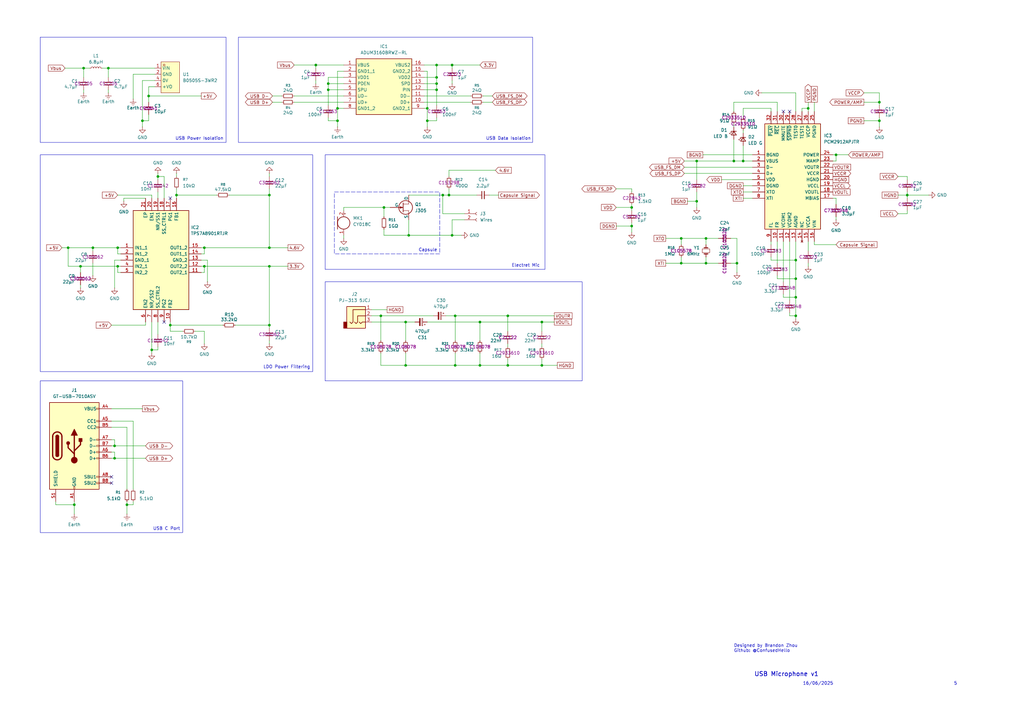
<source format=kicad_sch>
(kicad_sch (version 20250114) (generator "eeschema") (generator_version "9.0")
  (paper "A3")
  (rectangle (start 133.35 63.5) (end 223.52 110.49))
  (rectangle (start 16.51 63.5) (end 128.27 152.4))
  (rectangle (start 16.51 15.24) (end 92.71 58.42))
  (rectangle (start 133.35 115.57) (end 238.76 156.21))
  (rectangle (start 97.79 15.24) (end 218.44 58.42))
  (rectangle (start 137.16 78.74) (end 180.34 104.14) (stroke (width 0) (type dash)))
  (rectangle (start 16.51 156.21) (end 74.93 218.44))
  (text "Electret Mic" (at 215.646 108.966 0) (effects (font (size 1.27 1.27))))
  (text "Designed by Brandon Zhou\nGithub: @ConfusedHello" (at 300.99 265.938 0) (effects (font (size 1.27 1.27)) (justify left)))
  (text "USB C Port" (at 68.326 216.916 0) (effects (font (size 1.27 1.27))))
  (text "USB Microphone v1" (at 322.58 276.606 0) (effects (font (size 1.778 1.778) (thickness 0.254) (bold yes))))
  (text "USB Power Isolation" (at 81.788 56.896 0) (effects (font (size 1.27 1.27))))
  (text "16/06/2025" (at 335.534 280.416 0) (effects (font (size 1.27 1.27))))
  (text "5" (at 391.922 280.416 0) (effects (font (size 1.27 1.27))))
  (text "LDO Power Filtering" (at 117.602 150.622 0) (effects (font (size 1.27 1.27))))
  (text "USB Data Isolation" (at 208.534 56.896 0) (effects (font (size 1.27 1.27))))
  (text "Capsule" (at 175.514 102.616 0) (effects (font (size 1.27 1.27))))
  (junction (at 285.75 66.04))
  (junction (at 138.43 49.53))
  (junction (at 33.02 109.22))
  (junction (at 259.08 92.71))
  (junction (at 179.07 34.29))
  (junction (at 46.99 182.88))
  (junction (at 196.85 149.86))
  (junction (at 179.07 31.75))
  (junction (at 52.07 207.01))
  (junction (at 331.47 44.45))
  (junction (at 175.26 44.45))
  (junction (at 44.45 27.94))
  (junction (at 360.68 41.91))
  (junction (at 186.69 129.54))
  (junction (at 110.49 133.35))
  (junction (at 279.4 107.95))
  (junction (at 304.8 66.04))
  (junction (at 179.07 26.67))
  (junction (at 300.99 66.04))
  (junction (at 181.61 80.01))
  (junction (at 64.77 72.39))
  (junction (at 34.29 27.94))
  (junction (at 279.4 97.79))
  (junction (at 167.64 96.52))
  (junction (at 134.62 36.83))
  (junction (at 156.21 129.54))
  (junction (at 110.49 109.22))
  (junction (at 326.39 121.92))
  (junction (at 110.49 101.6))
  (junction (at 62.23 143.51))
  (junction (at 259.08 85.09))
  (junction (at 157.48 85.09))
  (junction (at 186.69 149.86))
  (junction (at 30.48 207.01))
  (junction (at 326.39 114.3))
  (junction (at 185.42 96.52))
  (junction (at 372.11 80.01))
  (junction (at 208.28 129.54))
  (junction (at 166.37 149.86))
  (junction (at 83.82 101.6))
  (junction (at 48.26 101.6))
  (junction (at 72.39 80.01))
  (junction (at 222.25 132.08))
  (junction (at 302.26 107.95))
  (junction (at 208.28 149.86))
  (junction (at 83.82 109.22))
  (junction (at 129.54 26.67))
  (junction (at 179.07 36.83))
  (junction (at 110.49 80.01))
  (junction (at 285.75 82.55))
  (junction (at 185.42 26.67))
  (junction (at 166.37 132.08))
  (junction (at 326.39 106.68))
  (junction (at 134.62 34.29))
  (junction (at 138.43 44.45))
  (junction (at 69.85 133.35))
  (junction (at 175.26 49.53))
  (junction (at 184.15 80.01))
  (junction (at 60.96 39.37))
  (junction (at 58.42 49.53))
  (junction (at 289.56 97.79))
  (junction (at 289.56 107.95))
  (junction (at 326.39 129.54))
  (junction (at 222.25 149.86))
  (junction (at 360.68 49.53))
  (junction (at 27.94 101.6))
  (junction (at 196.85 132.08))
  (junction (at 48.26 109.22))
  (junction (at 342.9 63.5))
  (junction (at 38.1 101.6))
  (junction (at 46.99 187.96))
  (no_connect (at 67.31 132.08))
  (no_connect (at 323.85 45.72))
  (no_connect (at 321.31 45.72))
  (no_connect (at 69.85 81.28))
  (no_connect (at 45.72 195.58))
  (no_connect (at 45.72 198.12))
  (wire (pts (xy 372.11 78.74) (xy 372.11 80.01)))
  (wire (pts (xy 186.69 144.78) (xy 186.69 149.86)))
  (wire (pts (xy 259.08 92.71) (xy 259.08 95.25)))
  (wire (pts (xy 22.86 207.01) (xy 30.48 207.01)))
  (wire (pts (xy 300.99 52.07) (xy 300.99 50.8)))
  (wire (pts (xy 173.99 26.67) (xy 179.07 26.67)))
  (wire (pts (xy 304.8 59.69) (xy 304.8 66.04)))
  (wire (pts (xy 34.29 31.75) (xy 34.29 27.94)))
  (wire (pts (xy 331.47 99.06) (xy 331.47 102.87)))
  (wire (pts (xy 83.82 135.89) (xy 83.82 140.97)))
  (wire (pts (xy 44.45 36.83) (xy 44.45 38.1)))
  (wire (pts (xy 259.08 83.82) (xy 259.08 85.09)))
  (wire (pts (xy 304.8 76.2) (xy 308.61 76.2)))
  (wire (pts (xy 179.07 36.83) (xy 179.07 43.18)))
  (wire (pts (xy 152.4 132.08) (xy 166.37 132.08)))
  (wire (pts (xy 321.31 121.92) (xy 326.39 121.92)))
  (wire (pts (xy 25.4 101.6) (xy 27.94 101.6)))
  (wire (pts (xy 26.67 27.94) (xy 34.29 27.94)))
  (wire (pts (xy 64.77 71.12) (xy 64.77 72.39)))
  (wire (pts (xy 200.66 80.01) (xy 204.47 80.01)))
  (wire (pts (xy 184.15 69.85) (xy 184.15 72.39)))
  (wire (pts (xy 360.68 49.53) (xy 360.68 52.07)))
  (wire (pts (xy 208.28 149.86) (xy 222.25 149.86)))
  (wire (pts (xy 67.31 72.39) (xy 67.31 81.28)))
  (wire (pts (xy 175.26 44.45) (xy 175.26 49.53)))
  (wire (pts (xy 252.73 85.09) (xy 259.08 85.09)))
  (wire (pts (xy 41.91 27.94) (xy 44.45 27.94)))
  (wire (pts (xy 186.69 149.86) (xy 196.85 149.86)))
  (wire (pts (xy 222.25 132.08) (xy 227.33 132.08)))
  (wire (pts (xy 45.72 133.35) (xy 59.69 133.35)))
  (wire (pts (xy 54.61 205.74) (xy 54.61 207.01)))
  (wire (pts (xy 328.93 44.45) (xy 331.47 44.45)))
  (wire (pts (xy 179.07 31.75) (xy 179.07 34.29)))
  (wire (pts (xy 304.8 66.04) (xy 308.61 66.04)))
  (wire (pts (xy 156.21 149.86) (xy 166.37 149.86)))
  (wire (pts (xy 281.94 82.55) (xy 285.75 82.55)))
  (wire (pts (xy 185.42 96.52) (xy 189.23 96.52)))
  (wire (pts (xy 83.82 109.22) (xy 83.82 111.76)))
  (wire (pts (xy 341.63 66.04) (xy 342.9 66.04)))
  (wire (pts (xy 48.26 109.22) (xy 49.53 109.22)))
  (wire (pts (xy 34.29 27.94) (xy 36.83 27.94)))
  (wire (pts (xy 54.61 30.48) (xy 63.5 30.48)))
  (wire (pts (xy 48.26 109.22) (xy 48.26 111.76)))
  (wire (pts (xy 198.12 39.37) (xy 201.93 39.37)))
  (wire (pts (xy 134.62 34.29) (xy 140.97 34.29)))
  (wire (pts (xy 111.76 39.37) (xy 115.57 39.37)))
  (wire (pts (xy 52.07 205.74) (xy 52.07 207.01)))
  (wire (pts (xy 175.26 49.53) (xy 179.07 49.53)))
  (wire (pts (xy 285.75 78.74) (xy 285.75 82.55)))
  (wire (pts (xy 342.9 81.28) (xy 342.9 83.82)))
  (wire (pts (xy 60.96 35.56) (xy 63.5 35.56)))
  (wire (pts (xy 300.99 57.15) (xy 300.99 66.04)))
  (wire (pts (xy 134.62 34.29) (xy 134.62 36.83)))
  (wire (pts (xy 72.39 80.01) (xy 88.9 80.01)))
  (wire (pts (xy 50.8 81.28) (xy 50.8 82.55)))
  (wire (pts (xy 64.77 72.39) (xy 67.31 72.39)))
  (wire (pts (xy 323.85 128.27) (xy 323.85 129.54)))
  (wire (pts (xy 58.42 49.53) (xy 58.42 52.07)))
  (wire (pts (xy 152.4 127) (xy 158.75 127)))
  (wire (pts (xy 196.85 132.08) (xy 222.25 132.08)))
  (wire (pts (xy 27.94 101.6) (xy 27.94 109.22)))
  (wire (pts (xy 48.26 111.76) (xy 49.53 111.76)))
  (wire (pts (xy 173.99 41.91) (xy 193.04 41.91)))
  (wire (pts (xy 328.93 44.45) (xy 328.93 45.72)))
  (wire (pts (xy 166.37 149.86) (xy 186.69 149.86)))
  (wire (pts (xy 368.3 72.39) (xy 372.11 72.39)))
  (wire (pts (xy 175.26 132.08) (xy 196.85 132.08)))
  (wire (pts (xy 198.12 41.91) (xy 201.93 41.91)))
  (wire (pts (xy 82.55 106.68) (xy 85.09 106.68)))
  (wire (pts (xy 222.25 132.08) (xy 222.25 135.89)))
  (wire (pts (xy 69.85 133.35) (xy 91.44 133.35)))
  (wire (pts (xy 280.67 68.58) (xy 308.61 68.58)))
  (wire (pts (xy 52.07 207.01) (xy 52.07 210.82)))
  (wire (pts (xy 45.72 167.64) (xy 58.42 167.64)))
  (wire (pts (xy 222.25 149.86) (xy 228.6 149.86)))
  (wire (pts (xy 48.26 104.14) (xy 49.53 104.14)))
  (wire (pts (xy 134.62 31.75) (xy 140.97 31.75)))
  (wire (pts (xy 30.48 205.74) (xy 30.48 207.01)))
  (wire (pts (xy 167.64 96.52) (xy 157.48 96.52)))
  (wire (pts (xy 326.39 38.1) (xy 326.39 45.72)))
  (wire (pts (xy 58.42 33.02) (xy 58.42 49.53)))
  (wire (pts (xy 372.11 80.01) (xy 381 80.01)))
  (wire (pts (xy 30.48 207.01) (xy 30.48 210.82)))
  (wire (pts (xy 110.49 109.22) (xy 110.49 133.35)))
  (wire (pts (xy 69.85 133.35) (xy 69.85 135.89)))
  (wire (pts (xy 185.42 26.67) (xy 185.42 27.94)))
  (wire (pts (xy 69.85 135.89) (xy 74.93 135.89)))
  (wire (pts (xy 64.77 78.74) (xy 64.77 81.28)))
  (wire (pts (xy 285.75 66.04) (xy 300.99 66.04)))
  (wire (pts (xy 134.62 49.53) (xy 134.62 48.26)))
  (wire (pts (xy 289.56 107.95) (xy 294.64 107.95)))
  (wire (pts (xy 196.85 149.86) (xy 208.28 149.86)))
  (wire (pts (xy 295.91 73.66) (xy 308.61 73.66)))
  (wire (pts (xy 60.96 39.37) (xy 60.96 41.91)))
  (wire (pts (xy 52.07 175.26) (xy 52.07 200.66)))
  (wire (pts (xy 331.47 107.95) (xy 331.47 109.22)))
  (wire (pts (xy 52.07 207.01) (xy 54.61 207.01)))
  (wire (pts (xy 186.69 129.54) (xy 186.69 139.7)))
  (wire (pts (xy 138.43 44.45) (xy 138.43 49.53)))
  (wire (pts (xy 318.77 99.06) (xy 318.77 107.95)))
  (wire (pts (xy 179.07 34.29) (xy 179.07 36.83)))
  (wire (pts (xy 134.62 36.83) (xy 134.62 43.18)))
  (wire (pts (xy 181.61 87.63) (xy 190.5 87.63)))
  (wire (pts (xy 289.56 97.79) (xy 289.56 100.33)))
  (wire (pts (xy 110.49 139.7) (xy 110.49 140.97)))
  (wire (pts (xy 326.39 99.06) (xy 326.39 106.68)))
  (wire (pts (xy 93.98 80.01) (xy 110.49 80.01)))
  (wire (pts (xy 69.85 132.08) (xy 69.85 133.35)))
  (wire (pts (xy 166.37 132.08) (xy 166.37 139.7)))
  (wire (pts (xy 38.1 101.6) (xy 48.26 101.6)))
  (wire (pts (xy 72.39 71.12) (xy 72.39 72.39)))
  (wire (pts (xy 175.26 52.07) (xy 175.26 49.53)))
  (wire (pts (xy 184.15 80.01) (xy 195.58 80.01)))
  (wire (pts (xy 289.56 105.41) (xy 289.56 107.95)))
  (wire (pts (xy 342.9 100.33) (xy 334.01 100.33)))
  (wire (pts (xy 331.47 44.45) (xy 331.47 45.72)))
  (wire (pts (xy 82.55 111.76) (xy 83.82 111.76)))
  (wire (pts (xy 96.52 133.35) (xy 110.49 133.35)))
  (wire (pts (xy 82.55 109.22) (xy 83.82 109.22)))
  (wire (pts (xy 45.72 185.42) (xy 46.99 185.42)))
  (wire (pts (xy 304.8 53.34) (xy 304.8 54.61)))
  (wire (pts (xy 208.28 129.54) (xy 227.33 129.54)))
  (wire (pts (xy 342.9 63.5) (xy 347.98 63.5)))
  (wire (pts (xy 334.01 41.91) (xy 334.01 45.72)))
  (wire (pts (xy 173.99 44.45) (xy 175.26 44.45)))
  (wire (pts (xy 46.99 180.34) (xy 46.99 182.88)))
  (wire (pts (xy 184.15 69.85) (xy 203.2 69.85)))
  (wire (pts (xy 182.88 129.54) (xy 186.69 129.54)))
  (wire (pts (xy 208.28 140.97) (xy 208.28 142.24)))
  (wire (pts (xy 252.73 92.71) (xy 259.08 92.71)))
  (wire (pts (xy 140.97 96.52) (xy 140.97 97.79)))
  (wire (pts (xy 372.11 86.36) (xy 372.11 87.63)))
  (wire (pts (xy 157.48 85.09) (xy 160.02 85.09)))
  (wire (pts (xy 167.64 90.17) (xy 167.64 96.52)))
  (wire (pts (xy 22.86 205.74) (xy 22.86 207.01)))
  (wire (pts (xy 45.72 187.96) (xy 46.99 187.96)))
  (wire (pts (xy 62.23 132.08) (xy 62.23 143.51)))
  (wire (pts (xy 110.49 80.01) (xy 110.49 101.6)))
  (wire (pts (xy 83.82 101.6) (xy 83.82 104.14)))
  (wire (pts (xy 72.39 80.01) (xy 72.39 81.28)))
  (wire (pts (xy 273.05 97.79) (xy 279.4 97.79)))
  (wire (pts (xy 304.8 81.28) (xy 308.61 81.28)))
  (wire (pts (xy 184.15 77.47) (xy 184.15 80.01)))
  (wire (pts (xy 60.96 39.37) (xy 82.55 39.37)))
  (wire (pts (xy 318.77 114.3) (xy 326.39 114.3)))
  (wire (pts (xy 185.42 90.17) (xy 190.5 90.17)))
  (wire (pts (xy 326.39 129.54) (xy 326.39 130.81)))
  (wire (pts (xy 110.49 133.35) (xy 110.49 134.62)))
  (wire (pts (xy 156.21 129.54) (xy 156.21 139.7)))
  (wire (pts (xy 45.72 172.72) (xy 54.61 172.72)))
  (wire (pts (xy 285.75 82.55) (xy 285.75 85.09)))
  (wire (pts (xy 156.21 129.54) (xy 177.8 129.54)))
  (wire (pts (xy 59.69 132.08) (xy 59.69 133.35)))
  (wire (pts (xy 323.85 129.54) (xy 326.39 129.54)))
  (wire (pts (xy 341.63 63.5) (xy 342.9 63.5)))
  (wire (pts (xy 166.37 132.08) (xy 170.18 132.08)))
  (wire (pts (xy 138.43 49.53) (xy 138.43 52.07)))
  (wire (pts (xy 83.82 109.22) (xy 110.49 109.22)))
  (wire (pts (xy 354.33 41.91) (xy 360.68 41.91)))
  (wire (pts (xy 279.4 97.79) (xy 289.56 97.79)))
  (wire (pts (xy 27.94 101.6) (xy 38.1 101.6)))
  (wire (pts (xy 372.11 72.39) (xy 372.11 73.66)))
  (wire (pts (xy 300.99 41.91) (xy 318.77 41.91)))
  (wire (pts (xy 138.43 44.45) (xy 140.97 44.45)))
  (wire (pts (xy 342.9 63.5) (xy 342.9 66.04)))
  (wire (pts (xy 157.48 85.09) (xy 157.48 88.9)))
  (wire (pts (xy 302.26 97.79) (xy 302.26 107.95)))
  (wire (pts (xy 33.02 109.22) (xy 33.02 111.76)))
  (wire (pts (xy 304.8 44.45) (xy 304.8 48.26)))
  (wire (pts (xy 259.08 91.44) (xy 259.08 92.71)))
  (wire (pts (xy 368.3 87.63) (xy 372.11 87.63)))
  (wire (pts (xy 33.02 109.22) (xy 48.26 109.22)))
  (wire (pts (xy 82.55 104.14) (xy 83.82 104.14)))
  (wire (pts (xy 120.65 26.67) (xy 129.54 26.67)))
  (wire (pts (xy 50.8 81.28) (xy 59.69 81.28)))
  (wire (pts (xy 181.61 80.01) (xy 167.64 80.01)))
  (wire (pts (xy 196.85 144.78) (xy 196.85 149.86)))
  (wire (pts (xy 208.28 129.54) (xy 208.28 135.89)))
  (wire (pts (xy 34.29 36.83) (xy 34.29 38.1)))
  (wire (pts (xy 318.77 113.03) (xy 318.77 114.3)))
  (wire (pts (xy 110.49 77.47) (xy 110.49 80.01)))
  (wire (pts (xy 46.99 182.88) (xy 59.69 182.88)))
  (wire (pts (xy 134.62 49.53) (xy 138.43 49.53)))
  (wire (pts (xy 64.77 132.08) (xy 64.77 137.16)))
  (wire (pts (xy 368.3 80.01) (xy 372.11 80.01)))
  (wire (pts (xy 321.31 99.06) (xy 321.31 115.57)))
  (wire (pts (xy 72.39 77.47) (xy 72.39 80.01)))
  (wire (pts (xy 342.9 81.28) (xy 341.63 81.28)))
  (wire (pts (xy 48.26 80.01) (xy 62.23 80.01)))
  (wire (pts (xy 185.42 90.17) (xy 185.42 96.52)))
  (wire (pts (xy 173.99 36.83) (xy 179.07 36.83)))
  (wire (pts (xy 62.23 143.51) (xy 64.77 143.51)))
  (wire (pts (xy 312.42 38.1) (xy 326.39 38.1)))
  (wire (pts (xy 280.67 66.04) (xy 285.75 66.04)))
  (wire (pts (xy 181.61 80.01) (xy 181.61 87.63)))
  (wire (pts (xy 83.82 101.6) (xy 110.49 101.6)))
  (wire (pts (xy 110.49 109.22) (xy 118.11 109.22)))
  (wire (pts (xy 38.1 102.87) (xy 38.1 101.6)))
  (wire (pts (xy 331.47 41.91) (xy 331.47 44.45)))
  (wire (pts (xy 173.99 34.29) (xy 179.07 34.29)))
  (wire (pts (xy 323.85 99.06) (xy 323.85 123.19)))
  (wire (pts (xy 27.94 109.22) (xy 33.02 109.22)))
  (wire (pts (xy 138.43 29.21) (xy 138.43 44.45)))
  (wire (pts (xy 33.02 118.11) (xy 33.02 116.84)))
  (wire (pts (xy 289.56 97.79) (xy 294.64 97.79)))
  (wire (pts (xy 64.77 72.39) (xy 64.77 73.66)))
  (wire (pts (xy 54.61 172.72) (xy 54.61 200.66)))
  (wire (pts (xy 316.23 105.41) (xy 316.23 106.68)))
  (wire (pts (xy 316.23 44.45) (xy 316.23 45.72)))
  (wire (pts (xy 173.99 29.21) (xy 175.26 29.21)))
  (wire (pts (xy 279.4 105.41) (xy 279.4 107.95)))
  (wire (pts (xy 48.26 101.6) (xy 49.53 101.6)))
  (wire (pts (xy 46.99 106.68) (xy 49.53 106.68)))
  (wire (pts (xy 326.39 121.92) (xy 326.39 129.54)))
  (wire (pts (xy 326.39 114.3) (xy 326.39 121.92)))
  (wire (pts (xy 342.9 88.9) (xy 342.9 90.17)))
  (wire (pts (xy 110.49 101.6) (xy 118.11 101.6)))
  (wire (pts (xy 321.31 120.65) (xy 321.31 121.92)))
  (wire (pts (xy 138.43 29.21) (xy 140.97 29.21)))
  (wire (pts (xy 44.45 27.94) (xy 44.45 31.75)))
  (wire (pts (xy 45.72 180.34) (xy 46.99 180.34)))
  (wire (pts (xy 208.28 147.32) (xy 208.28 149.86)))
  (wire (pts (xy 304.8 44.45) (xy 316.23 44.45)))
  (wire (pts (xy 185.42 26.67) (xy 196.85 26.67)))
  (wire (pts (xy 222.25 147.32) (xy 222.25 149.86)))
  (wire (pts (xy 372.11 80.01) (xy 372.11 81.28)))
  (wire (pts (xy 111.76 41.91) (xy 115.57 41.91)))
  (wire (pts (xy 326.39 106.68) (xy 326.39 114.3)))
  (wire (pts (xy 45.72 175.26) (xy 52.07 175.26)))
  (wire (pts (xy 85.09 106.68) (xy 85.09 115.57)))
  (wire (pts (xy 173.99 39.37) (xy 193.04 39.37)))
  (wire (pts (xy 179.07 26.67) (xy 179.07 31.75)))
  (wire (pts (xy 279.4 107.95) (xy 289.56 107.95)))
  (wire (pts (xy 354.33 38.1) (xy 360.68 38.1)))
  (wire (pts (xy 45.72 182.88) (xy 46.99 182.88)))
  (wire (pts (xy 46.99 106.68) (xy 46.99 118.11)))
  (wire (pts (xy 360.68 41.91) (xy 360.68 38.1)))
  (wire (pts (xy 300.99 41.91) (xy 300.99 45.72)))
  (wire (pts (xy 186.69 129.54) (xy 208.28 129.54)))
  (wire (pts (xy 252.73 77.47) (xy 259.08 77.47)))
  (wire (pts (xy 110.49 71.12) (xy 110.49 72.39)))
  (wire (pts (xy 58.42 49.53) (xy 60.96 49.53)))
  (wire (pts (xy 54.61 30.48) (xy 54.61 40.64)))
  (wire (pts (xy 134.62 31.75) (xy 134.62 34.29)))
  (wire (pts (xy 299.72 107.95) (xy 302.26 107.95)))
  (wire (pts (xy 175.26 29.21) (xy 175.26 44.45)))
  (wire (pts (xy 64.77 143.51) (xy 64.77 142.24)))
  (wire (pts (xy 299.72 97.79) (xy 302.26 97.79)))
  (wire (pts (xy 304.8 78.74) (xy 308.61 78.74)))
  (wire (pts (xy 273.05 107.95) (xy 279.4 107.95)))
  (wire (pts (xy 46.99 187.96) (xy 59.69 187.96)))
  (wire (pts (xy 179.07 48.26) (xy 179.07 49.53)))
  (wire (pts (xy 120.65 41.91) (xy 140.97 41.91)))
  (wire (pts (xy 38.1 107.95) (xy 38.1 113.03)))
  (wire (pts (xy 300.99 66.04) (xy 304.8 66.04)))
  (wire (pts (xy 140.97 85.09) (xy 157.48 85.09)))
  (wire (pts (xy 82.55 101.6) (xy 83.82 101.6)))
  (wire (pts (xy 44.45 27.94) (xy 63.5 27.94)))
  (wire (pts (xy 157.48 93.98) (xy 157.48 96.52)))
  (wire (pts (xy 62.23 80.01) (xy 62.23 81.28)))
  (wire (pts (xy 48.26 101.6) (xy 48.26 104.14)))
  (wire (pts (xy 46.99 185.42) (xy 46.99 187.96)))
  (wire (pts (xy 140.97 85.09) (xy 140.97 86.36)))
  (wire (pts (xy 185.42 33.02) (xy 185.42 34.29)))
  (wire (pts (xy 156.21 144.78) (xy 156.21 149.86)))
  (wire (pts (xy 83.82 135.89) (xy 80.01 135.89)))
  (wire (pts (xy 354.33 49.53) (xy 360.68 49.53)))
  (wire (pts (xy 360.68 43.18) (xy 360.68 41.91)))
  (wire (pts (xy 316.23 99.06) (xy 316.23 100.33)))
  (wire (pts (xy 60.96 46.99) (xy 60.96 49.53)))
  (wire (pts (xy 285.75 66.04) (xy 285.75 73.66)))
  (wire (pts (xy 173.99 31.75) (xy 179.07 31.75)))
  (wire (pts (xy 334.01 100.33) (xy 334.01 99.06)))
  (wire (pts (xy 129.54 26.67) (xy 129.54 27.94)))
  (wire (pts (xy 302.26 107.95) (xy 302.26 111.76)))
  (wire (pts (xy 129.54 26.67) (xy 140.97 26.67)))
  (wire (pts (xy 152.4 129.54) (xy 156.21 129.54)))
  (wire (pts (xy 179.07 26.67) (xy 185.42 26.67)))
  (wire (pts (xy 318.77 41.91) (xy 318.77 45.72)))
  (wire (pts (xy 167.64 96.52) (xy 185.42 96.52)))
  (wire (pts (xy 181.61 80.01) (xy 184.15 80.01)))
  (wire (pts (xy 316.23 106.68) (xy 326.39 106.68)))
  (wire (pts (xy 259.08 77.47) (xy 259.08 78.74)))
  (wire (pts (xy 222.25 140.97) (xy 222.25 142.24)))
  (wire (pts (xy 134.62 36.83) (xy 140.97 36.83)))
  (wire (pts (xy 280.67 71.12) (xy 308.61 71.12)))
  (wire (pts (xy 120.65 39.37) (xy 140.97 39.37)))
  (wire (pts (xy 279.4 97.79) (xy 279.4 100.33)))
  (wire (pts (xy 288.29 63.5) (xy 308.61 63.5)))
  (wire (pts (xy 259.08 85.09) (xy 259.08 86.36)))
  (wire (pts (xy 166.37 144.78) (xy 166.37 149.86)))
  (wire (pts (xy 360.68 48.26) (xy 360.68 49.53)))
  (wire (pts (xy 196.85 132.08) (xy 196.85 139.7)))
  (wire (pts (xy 62.23 144.78) (xy 62.23 143.51)))
  (wire (pts (xy 60.96 35.56) (xy 60.96 39.37)))
  (wire (pts (xy 129.54 34.29) (xy 129.54 33.02)))
  (wire (pts (xy 58.42 33.02) (xy 63.5 33.02)))
  (global_label "USB D-" (shape bidirectional) (at 111.76 39.37 180) (property "Intersheetrefs" "${INTERSHEET_REFS}" (effects (hide yes))))
  (global_label "+5V" (shape input) (at 280.67 66.04 180) (property "Intersheetrefs" "${INTERSHEET_REFS}" (effects (hide yes))))
  (global_label "Capsule Signal" (shape input) (at 342.9 100.33 0) (property "Intersheetrefs" "${INTERSHEET_REFS}" (effects (hide yes))))
  (global_label "BGND" (shape passive) (at 288.29 63.5 180) (property "Intersheetrefs" "${INTERSHEET_REFS}" (effects (hide yes))))
  (global_label "POWER{slash}AMP" (shape input) (at 347.98 63.5 0) (property "Intersheetrefs" "${INTERSHEET_REFS}" (effects (hide yes))))
  (global_label "VCCP" (shape output) (at 331.47 41.91 90) (property "Intersheetrefs" "${INTERSHEET_REFS}" (effects (hide yes))))
  (global_label "Vbus" (shape input) (at 26.67 27.94 180) (property "Intersheetrefs" "${INTERSHEET_REFS}" (effects (hide yes))))
  (global_label "VOUTR" (shape passive) (at 227.33 129.54 0) (property "Intersheetrefs" "${INTERSHEET_REFS}" (effects (hide yes))))
  (global_label "USB_FS_DP" (shape bidirectional) (at 280.67 71.12 180) (property "Intersheetrefs" "${INTERSHEET_REFS}" (effects (hide yes))))
  (global_label "HGND" (shape passive) (at 158.75 127 0) (property "Intersheetrefs" "${INTERSHEET_REFS}" (effects (hide yes))))
  (global_label "HGND" (shape passive) (at 228.6 149.86 0) (property "Intersheetrefs" "${INTERSHEET_REFS}" (effects (hide yes))))
  (global_label "XTO" (shape passive) (at 273.05 97.79 180) (property "Intersheetrefs" "${INTERSHEET_REFS}" (effects (hide yes))))
  (global_label "VOUTL" (shape passive) (at 227.33 132.08 0) (property "Intersheetrefs" "${INTERSHEET_REFS}" (effects (hide yes))))
  (global_label "USB_FS_DP" (shape bidirectional) (at 252.73 77.47 180) (property "Intersheetrefs" "${INTERSHEET_REFS}" (effects (hide yes))))
  (global_label "DGND" (shape passive) (at 304.8 76.2 180) (property "Intersheetrefs" "${INTERSHEET_REFS}" (effects (hide yes))))
  (global_label "DGND" (shape passive) (at 252.73 92.71 180) (property "Intersheetrefs" "${INTERSHEET_REFS}" (effects (hide yes))))
  (global_label "VOUTL" (shape passive) (at 341.63 78.74 0) (property "Intersheetrefs" "${INTERSHEET_REFS}" (effects (hide yes))))
  (global_label "+5V" (shape input) (at 25.4 101.6 180) (property "Intersheetrefs" "${INTERSHEET_REFS}" (effects (hide yes))))
  (global_label "PGND" (shape passive) (at 354.33 49.53 180) (property "Intersheetrefs" "${INTERSHEET_REFS}" (effects (hide yes))))
  (global_label "VDD" (shape output) (at 295.91 73.66 180) (property "Intersheetrefs" "${INTERSHEET_REFS}" (effects (hide yes))))
  (global_label "4.6V" (shape input) (at 203.2 69.85 0) (property "Intersheetrefs" "${INTERSHEET_REFS}" (effects (hide yes))))
  (global_label "XTI" (shape passive) (at 273.05 107.95 180) (property "Intersheetrefs" "${INTERSHEET_REFS}" (effects (hide yes))))
  (global_label "+5V" (shape input) (at 48.26 80.01 180) (property "Intersheetrefs" "${INTERSHEET_REFS}" (effects (hide yes))))
  (global_label "USB_FS_DM" (shape bidirectional) (at 280.67 68.58 180) (property "Intersheetrefs" "${INTERSHEET_REFS}" (effects (hide yes))))
  (global_label "Capsule Signal" (shape output) (at 204.47 80.01 0) (property "Intersheetrefs" "${INTERSHEET_REFS}" (effects (hide yes))))
  (global_label "USB_FS_DM" (shape bidirectional) (at 201.93 39.37 0) (property "Intersheetrefs" "${INTERSHEET_REFS}" (effects (hide yes))))
  (global_label "USB D+" (shape bidirectional) (at 59.69 187.96 0) (property "Intersheetrefs" "${INTERSHEET_REFS}" (effects (hide yes))))
  (global_label "VCCL" (shape input) (at 368.3 87.63 180) (property "Intersheetrefs" "${INTERSHEET_REFS}" (effects (hide yes))))
  (global_label "3.3V" (shape input) (at 196.85 26.67 0) (property "Intersheetrefs" "${INTERSHEET_REFS}" (effects (hide yes))))
  (global_label "XTO" (shape passive) (at 304.8 78.74 180) (property "Intersheetrefs" "${INTERSHEET_REFS}" (effects (hide yes))))
  (global_label "BGND" (shape passive) (at 281.94 82.55 180) (property "Intersheetrefs" "${INTERSHEET_REFS}" (effects (hide yes))))
  (global_label "PGND" (shape passive) (at 334.01 41.91 90) (property "Intersheetrefs" "${INTERSHEET_REFS}" (effects (hide yes))))
  (global_label "XTI" (shape passive) (at 304.8 81.28 180) (property "Intersheetrefs" "${INTERSHEET_REFS}" (effects (hide yes))))
  (global_label "Vbus" (shape input) (at 120.65 26.67 180) (property "Intersheetrefs" "${INTERSHEET_REFS}" (effects (hide yes))))
  (global_label "3.3V" (shape output) (at 118.11 109.22 0) (property "Intersheetrefs" "${INTERSHEET_REFS}" (effects (hide yes))))
  (global_label "+5V" (shape output) (at 82.55 39.37 0) (property "Intersheetrefs" "${INTERSHEET_REFS}" (effects (hide yes))))
  (global_label "POWER{slash}AMP" (shape output) (at 354.33 41.91 180) (property "Intersheetrefs" "${INTERSHEET_REFS}" (effects (hide yes))))
  (global_label "4.6V" (shape output) (at 118.11 101.6 0) (property "Intersheetrefs" "${INTERSHEET_REFS}" (effects (hide yes))))
  (global_label "HGND" (shape passive) (at 341.63 73.66 0) (property "Intersheetrefs" "${INTERSHEET_REFS}" (effects (hide yes))))
  (global_label "USB D+" (shape bidirectional) (at 111.76 41.91 180) (property "Intersheetrefs" "${INTERSHEET_REFS}" (effects (hide yes))))
  (global_label "+5V" (shape input) (at 45.72 133.35 180) (property "Intersheetrefs" "${INTERSHEET_REFS}" (effects (hide yes))))
  (global_label "USB D-" (shape bidirectional) (at 59.69 182.88 0) (property "Intersheetrefs" "${INTERSHEET_REFS}" (effects (hide yes))))
  (global_label "USB_FS_DP" (shape bidirectional) (at 201.93 41.91 0) (property "Intersheetrefs" "${INTERSHEET_REFS}" (effects (hide yes))))
  (global_label "VCCR" (shape output) (at 341.63 71.12 0) (property "Intersheetrefs" "${INTERSHEET_REFS}" (effects (hide yes))))
  (global_label "HGND" (shape passive) (at 368.3 80.01 180) (property "Intersheetrefs" "${INTERSHEET_REFS}" (effects (hide yes))))
  (global_label "VCCR" (shape input) (at 368.3 72.39 180) (property "Intersheetrefs" "${INTERSHEET_REFS}" (effects (hide yes))))
  (global_label "Vbus" (shape output) (at 58.42 167.64 0) (property "Intersheetrefs" "${INTERSHEET_REFS}" (effects (hide yes))))
  (global_label "VCCL" (shape output) (at 341.63 76.2 0) (property "Intersheetrefs" "${INTERSHEET_REFS}" (effects (hide yes))))
  (global_label "VDD" (shape input) (at 252.73 85.09 180) (property "Intersheetrefs" "${INTERSHEET_REFS}" (effects (hide yes))))
  (global_label "VOUTR" (shape passive) (at 341.63 68.58 0) (property "Intersheetrefs" "${INTERSHEET_REFS}" (effects (hide yes))))
  (global_label "VCCP" (shape input) (at 354.33 38.1 180) (property "Intersheetrefs" "${INTERSHEET_REFS}" (effects (hide yes))))
  (symbol (lib_id "Device:R_Small") (at 186.69 142.24 0) (mirror y) (unit 1)
    (property "Reference" "R21" (at 184.15 140.9699 0) (effects (font (size 1.016 1.016)) (justify left)))
    (property "Value" "3.3kΩ" (at 184.15 143.5099 0) (effects (justify left)))
    (property "Footprint" "Resistor_SMD:R_0603_1608Metric_Pad0.98x0.95mm_HandSolder" (effects (hide yes)))
    (property "Description" "3.3kΩ, 5%, 0.1W, AEC-Q200 Grade 0, 0603" (effects (hide yes)))
    (property "LCSC" "C108078" (at 186.69 142.24 0))
  )
  (symbol (lib_id "power:Earth") (at 138.43 52.07 0) (unit 1)
    (property "Reference" "#PWR03" (effects (hide yes)))
    (property "Value" "Earth" (at 138.43 56.134 0))
    (property "Description" "Power symbol creates a global label with name \"Earth\"" (effects (hide yes)))
  )
  (symbol (lib_id "Device:C_Small") (at 372.11 83.82 0) (unit 1)
    (property "Reference" "C27" (at 374.396 82.804 0) (effects (justify left)))
    (property "Value" "1µF" (at 374.396 85.0962 0) (effects (justify left)))
    (property "Footprint" "Capacitor_SMD:C_0603_1608Metric_Pad1.08x0.95mm_HandSolder" (effects (hide yes)))
    (property "Description" "1µF, 16V, +/- 10%, X7R, 0603" (effects (hide yes)))
    (property "LCSC" "C59782" (at 372.11 83.82 0))
  )
  (symbol (lib_id "Device:C_Small") (at 185.42 30.48 0) (unit 1)
    (property "Reference" "C7" (at 187.706 29.464 0) (effects (justify left)))
    (property "Value" "1µF" (at 187.706 31.7562 0) (effects (justify left)))
    (property "Footprint" "Capacitor_SMD:C_0805_2012Metric_Pad1.18x1.45mm_HandSolder" (effects (hide yes)))
    (property "LCSC" "C28323" (at 185.42 30.48 0))
  )
  (symbol (lib_id "B0505S-3WR2:B0505S-3WR2_C7500927") (at 69.85 31.75 0) (unit 1)
    (property "Reference" "U1" (at 74.93 30.4799 0) (effects (justify left)))
    (property "Value" "B0505S-3WR2" (at 74.93 33.0199 0) (effects (justify left)))
    (property "Footprint" "footprints:B0505S-3WR2" (effects (hide yes)))
    (property "Description" "3W Isolated DC/DC Converter" (effects (hide yes)))
    (property "LCSC" "C7500927" (effects (hide yes)))
  )
  (symbol (lib_id "Device:R_Small") (at 93.98 133.35 90) (unit 1)
    (property "Reference" "R10" (at 93.98 129.032 90))
    (property "Value" "33.2kΩ" (at 93.98 131.064 90))
    (property "Footprint" "Resistor_SMD:R_0603_1608Metric_Pad0.98x0.95mm_HandSolder" (effects (hide yes)))
    (property "Description" "0603" (effects (hide yes)))
    (property "LCSC" "C23003" (effects (hide yes)))
  )
  (symbol (lib_id "power:GND") (at 64.77 71.12 0) (mirror x) (unit 1)
    (property "Reference" "#PWR032" (effects (hide yes)))
    (property "Value" "GND" (at 64.77 66.802 0))
    (property "Description" "Power symbol creates a global label with name \"GND\" , ground" (effects (hide yes)))
  )
  (symbol (lib_id "Connector_Audio:AudioJack3") (at 147.32 129.54 0) (unit 1)
    (property "Reference" "J2" (at 145.415 120.65 0))
    (property "Value" "PJ-313 5JCJ" (at 145.415 123.19 0))
    (property "Footprint" "footprints:AUDIO-TH_PJ-313_5JCJ" (effects (hide yes)))
    (property "Description" "TRS Audio Jack" (effects (hide yes)))
    (property "LCSC" "C668607" (effects (hide yes)))
  )
  (symbol (lib_id "Device:C_Small") (at 321.31 118.11 0) (mirror y) (unit 1)
    (property "Reference" "C21" (at 319.024 117.094 0) (effects (justify left)))
    (property "Value" "3.3µF" (at 319.024 119.3862 0) (effects (justify left)))
    (property "Footprint" "Capacitor_SMD:C_0805_2012Metric_Pad1.18x1.45mm_HandSolder" (effects (hide yes)))
    (property "Description" "0805" (effects (hide yes)))
    (property "LCSC" "C7393948" (at 321.31 118.11 0))
  )
  (symbol (lib_id "Device:C_Small") (at 372.11 76.2 0) (unit 1)
    (property "Reference" "C26" (at 374.396 75.184 0) (effects (justify left)))
    (property "Value" "1µF" (at 374.396 77.4762 0) (effects (justify left)))
    (property "Footprint" "Capacitor_SMD:C_0603_1608Metric_Pad1.08x0.95mm_HandSolder" (effects (hide yes)))
    (property "Description" "1µF, 16V, +/- 10%, X7R, 0603" (effects (hide yes)))
    (property "LCSC" "C59782" (at 372.11 76.2 0))
  )
  (symbol (lib_name "R_Small_1") (lib_id "Device:R_Small") (at 300.99 48.26 0) (unit 1)
    (property "Reference" "R14" (at 299.212 46.99 0) (effects (font (size 1.016 1.016)) (justify right)))
    (property "Value" "91Ω" (at 299.212 49.53 0) (effects (justify right)))
    (property "Footprint" "Resistor_SMD:R_0805_2012Metric_Pad1.20x1.40mm_HandSolder" (effects (hide yes)))
    (property "Description" "0805" (effects (hide yes)))
    (property "LCSC" "C2933510" (at 300.99 48.26 0))
  )
  (symbol (lib_name "R_Small_1") (lib_id "Device:R_Small") (at 157.48 91.44 0) (mirror y) (unit 1) (on_board no)
    (property "Reference" "R11" (at 159.258 90.17 0) (effects (font (size 1.016 1.016)) (justify right)))
    (property "Value" "1GΩ" (at 159.258 92.71 0) (effects (justify right)))
    (property "Description" "Bias Resistor" (effects (hide yes)))
  )
  (symbol (lib_id "power:GND") (at 259.08 95.25 0) (mirror y) (unit 1)
    (property "Reference" "#PWR042" (effects (hide yes)))
    (property "Value" "GND" (at 259.08 99.568 0))
    (property "Description" "Power symbol creates a global label with name \"GND\" , ground" (effects (hide yes)))
  )
  (symbol (lib_id "power:GND") (at 83.82 140.97 0) (unit 1)
    (property "Reference" "#PWR040" (effects (hide yes)))
    (property "Value" "GND" (at 83.82 145.288 0))
    (property "Description" "Power symbol creates a global label with name \"GND\" , ground" (effects (hide yes)))
  )
  (symbol (lib_id "Device:C_Small") (at 110.49 137.16 0) (unit 1)
    (property "Reference" "C13" (at 112.776 136.144 0) (effects (justify left)))
    (property "Value" "22µF" (at 112.776 138.4362 0) (effects (justify left)))
    (property "Footprint" "Capacitor_SMD:C_1210_3225Metric_Pad1.33x2.70mm_HandSolder" (effects (hide yes)))
    (property "LCSC" "C309062" (at 110.49 137.16 0))
  )
  (symbol (lib_id "Device:R_Small") (at 156.21 142.24 0) (mirror y) (unit 1)
    (property "Reference" "R19" (at 153.67 140.9699 0) (effects (font (size 1.016 1.016)) (justify left)))
    (property "Value" "3.3kΩ" (at 153.67 143.5099 0) (effects (justify left)))
    (property "Footprint" "Resistor_SMD:R_0603_1608Metric_Pad0.98x0.95mm_HandSolder" (effects (hide yes)))
    (property "Description" "3.3kΩ, 5%, 0.1W, AEC-Q200 Grade 0, 0603" (effects (hide yes)))
    (property "LCSC" "C108078" (at 156.21 142.24 0))
  )
  (symbol (lib_id "power:GND") (at 381 80.01 90) (mirror x) (unit 1)
    (property "Reference" "#PWR014" (effects (hide yes)))
    (property "Value" "GND" (at 384.302 80.01 90) (effects (justify right)))
    (property "Description" "Power symbol creates a global label with name \"GND\" , ground" (effects (hide yes)))
  )
  (symbol (lib_id "Device:C_Small") (at 60.96 44.45 0) (unit 1)
    (property "Reference" "C3" (at 63.246 43.434 0) (effects (justify left)))
    (property "Value" "10µF" (at 63.246 45.7262 0) (effects (justify left)))
    (property "Footprint" "Capacitor_SMD:C_0805_2012Metric_Pad1.18x1.45mm_HandSolder" (effects (hide yes)))
    (property "Description" "10µF/16V" (effects (hide yes)))
    (property "LCSC" "C95841" (at 60.96 44.45 0))
  )
  (symbol (lib_id "Device:C_Small") (at 64.77 76.2 0) (mirror y) (unit 1)
    (property "Reference" "C10" (at 62.484 75.184 0) (effects (justify left)))
    (property "Value" "10nF" (at 62.484 77.4762 0) (effects (justify left)))
    (property "Footprint" "Capacitor_SMD:C_0603_1608Metric_Pad1.08x0.95mm_HandSolder" (effects (hide yes)))
    (property "LCSC" "C100042" (at 64.77 76.2 0))
  )
  (symbol (lib_id "Device:C_Small") (at 316.23 102.87 0) (mirror y) (unit 1)
    (property "Reference" "C19" (at 313.944 101.854 0) (effects (justify left)))
    (property "Value" "100pF" (at 313.944 104.1462 0) (effects (justify left)))
    (property "Footprint" "Capacitor_SMD:C_0402_1005Metric_Pad0.74x0.62mm_HandSolder" (effects (hide yes)))
    (property "Description" "100pF, 25V, +/- 10%, X7R, 0402" (effects (hide yes)))
    (property "LCSC" "C541383" (at 316.23 102.87 0))
  )
  (symbol (lib_id "Device:R_Small") (at 195.58 41.91 90) (mirror x) (unit 1)
    (property "Reference" "R6" (at 195.58 44.196 90) (effects (font (size 1.016 1.016))))
    (property "Value" "24Ω" (at 195.58 46.228 90))
    (property "Footprint" "Resistor_SMD:R_0603_1608Metric_Pad0.98x0.95mm_HandSolder" (effects (hide yes)))
    (property "Description" "24Ω±1%, 0603" (effects (hide yes)))
    (property "LCSC" "C2907018" (effects (hide yes)))
  )
  (symbol (lib_id "Device:L_Small") (at 39.37 27.94 90) (unit 1)
    (property "Reference" "L1" (at 39.37 22.86 90))
    (property "Value" "6.8µH" (at 39.37 25.4 90))
    (property "Footprint" "footprints:IND-SMD_L4.0-W4.0_YHNR4020" (effects (hide yes)))
    (property "Datasheet" "https://lcsc.com/datasheet/lcsc_datasheet_2410121215_YJYCOIN-YHNR4020-6R8M_C16197249.pdf" (effects (hide yes)))
    (property "Description" "YHNR4020-6R8M Magnetic Shielded Inductor" (effects (hide yes)))
    (property "LCSC" "C16197249" (effects (hide yes)))
  )
  (symbol (lib_id "Device:C_Small") (at 342.9 86.36 0) (unit 1)
    (property "Reference" "C18" (at 345.186 85.344 0) (effects (justify left)))
    (property "Value" "3.3µF" (at 345.186 87.6362 0) (effects (justify left)))
    (property "Footprint" "Capacitor_SMD:C_0805_2012Metric_Pad1.18x1.45mm_HandSolder" (effects (hide yes)))
    (property "Description" "0805" (effects (hide yes)))
    (property "LCSC" "C7393948" (at 342.9 86.36 0))
  )
  (symbol (lib_id "Device:C_Small") (at 318.77 110.49 0) (mirror y) (unit 1)
    (property "Reference" "C20" (at 316.484 109.474 0) (effects (justify left)))
    (property "Value" "100pF" (at 316.484 111.7662 0) (effects (justify left)))
    (property "Footprint" "Capacitor_SMD:C_0402_1005Metric_Pad0.74x0.62mm_HandSolder" (effects (hide yes)))
    (property "Description" "100pF, 25V, +/- 10%, X7R, 0402" (effects (hide yes)))
    (property "LCSC" "C541383" (at 318.77 110.49 0))
  )
  (symbol (lib_id "Device:C_Small") (at 33.02 114.3 0) (mirror y) (unit 1)
    (property "Reference" "C9" (at 30.734 113.284 0) (effects (justify left)))
    (property "Value" "22µF" (at 30.734 115.5762 0) (effects (justify left)))
    (property "Footprint" "Capacitor_SMD:C_1210_3225Metric_Pad1.33x2.70mm_HandSolder" (effects (hide yes)))
    (property "LCSC" "C309062" (at 33.02 114.3 0))
  )
  (symbol (lib_id "power:Earth") (at 34.29 38.1 0) (unit 1)
    (property "Reference" "#PWR06" (effects (hide yes)))
    (property "Value" "Earth" (at 34.29 41.656 0))
    (property "Description" "Power symbol creates a global label with name \"Earth\"" (effects (hide yes)))
  )
  (symbol (lib_id "Device:R_Small") (at 118.11 41.91 90) (mirror x) (unit 1)
    (property "Reference" "R4" (at 118.11 44.196 90) (effects (font (size 1.016 1.016))))
    (property "Value" "24Ω" (at 118.11 46.228 90))
    (property "Footprint" "Resistor_SMD:R_0603_1608Metric_Pad0.98x0.95mm_HandSolder" (effects (hide yes)))
    (property "Description" "24Ω±1%, 0603" (effects (hide yes)))
    (property "LCSC" "C2907018" (effects (hide yes)))
  )
  (symbol (lib_id "power:GND") (at 33.02 118.11 0) (unit 1)
    (property "Reference" "#PWR030" (effects (hide yes)))
    (property "Value" "GND" (at 33.02 122.428 0))
    (property "Description" "Power symbol creates a global label with name \"GND\" , ground" (effects (hide yes)))
  )
  (symbol (lib_id "Device:C_Small") (at 134.62 45.72 0) (mirror y) (unit 1)
    (property "Reference" "C5" (at 132.334 44.704 0) (effects (justify left)))
    (property "Value" "100nF" (at 132.334 46.9962 0) (effects (justify left)))
    (property "Footprint" "Capacitor_SMD:C_0603_1608Metric_Pad1.08x0.95mm_HandSolder" (effects (hide yes)))
    (property "LCSC" "C14663" (at 134.62 45.72 0))
  )
  (symbol (lib_name "R_Small_1") (lib_id "Device:R_Small") (at 52.07 203.2 0) (unit 1)
    (property "Reference" "R1" (at 49.53 201.9299 0) (effects (font (size 1.016 1.016)) (justify right)))
    (property "Value" "5.1kΩ" (at 49.53 204.4699 0) (effects (justify right)))
    (property "Footprint" "Resistor_SMD:R_0603_1608Metric_Pad0.98x0.95mm_HandSolder" (effects (hide yes)))
    (property "Description" "0603" (effects (hide yes)))
    (property "LCSC" "C2907044" (effects (hide yes)))
  )
  (symbol (lib_name "R_Small_1") (lib_id "Device:R_Small") (at 54.61 203.2 0) (mirror y) (unit 1)
    (property "Reference" "R2" (at 57.15 201.9299 0) (effects (font (size 1.016 1.016)) (justify right)))
    (property "Value" "5.1kΩ" (at 57.15 204.4699 0) (effects (justify right)))
    (property "Footprint" "Resistor_SMD:R_0603_1608Metric_Pad0.98x0.95mm_HandSolder" (effects (hide yes)))
    (property "Description" "0603" (effects (hide yes)))
    (property "LCSC" "C2907044" (effects (hide yes)))
  )
  (symbol (lib_id "Device:R_Small") (at 77.47 135.89 90) (mirror x) (unit 1)
    (property "Reference" "R9" (at 77.47 140.208 90) (effects (font (size 1.016 1.016))))
    (property "Value" "10.7kΩ" (at 77.47 138.176 90))
    (property "Footprint" "Resistor_SMD:R_0603_1608Metric_Pad0.98x0.95mm_HandSolder" (effects (hide yes)))
    (property "Description" "0603" (effects (hide yes)))
    (property "LCSC" "C5153968" (effects (hide yes)))
  )
  (symbol (lib_id "TPS7A8901RTJR:TPS7A8901RTJR") (at 49.53 101.6 0) (unit 1)
    (property "Reference" "IC2" (at 80.01 93.2882 0))
    (property "Value" "TPS7A8901RTJR" (at 85.852 95.758 0))
    (property "Footprint" "footprints:QFN50P400X400X80-21N-D" (effects (hide yes)))
    (property "Datasheet" "http://www.ti.com/lit/gpn/tps7a89" (effects (hide yes)))
    (property "Description" "Dual 2A LDO Voltage Regulator" (effects (hide yes)))
    (property "Height" "0.8" (effects (hide yes)))
    (property "Manufacturer_Name" "Texas Instruments" (effects (hide yes)))
    (property "Manufacturer_Part_Number" "TPS7A8901RTJR" (effects (hide yes)))
    (property "LCSC" "C180908" (effects (hide yes)))
  )
  (symbol (lib_id "power:GND") (at 110.49 71.12 180) (unit 1)
    (property "Reference" "#PWR037" (effects (hide yes)))
    (property "Value" "GND" (at 110.49 66.802 0))
    (property "Description" "Power symbol creates a global label with name \"GND\" , ground" (effects (hide yes)))
  )
  (symbol (lib_id "power:GND") (at 360.68 52.07 0) (mirror y) (unit 1)
    (property "Reference" "#PWR043" (effects (hide yes)))
    (property "Value" "GND" (at 360.68 56.388 0))
    (property "Description" "Power symbol creates a global label with name \"GND\" , ground" (effects (hide yes)))
  )
  (symbol (lib_id "Device:C_Small") (at 198.12 80.01 90) (unit 1)
    (property "Reference" "C14" (at 198.1263 73.66 90))
    (property "Value" "2.2µF" (at 198.1263 76.2 90))
    (property "Footprint" "footprints:CAP-TH_L17.5-W10.0-P15.00-D1.2" (effects (hide yes)))
    (property "LCSC" "C178482" (effects (hide yes)))
  )
  (symbol (lib_id "power:GND") (at 85.09 115.57 0) (mirror y) (unit 1)
    (property "Reference" "#PWR036" (effects (hide yes)))
    (property "Value" "GND" (at 85.09 119.888 0))
    (property "Description" "Power symbol creates a global label with name \"GND\" , ground" (effects (hide yes)))
  )
  (symbol (lib_id "Device:LED_Small") (at 304.8 57.15 90) (mirror x) (unit 1)
    (property "Reference" "D2" (at 306.832 56.134 90) (effects (justify right)))
    (property "Value" "LED G" (at 306.832 58.674 90) (effects (justify right)))
    (property "Footprint" "LED_SMD:LED_0603_1608Metric_Pad1.05x0.95mm_HandSolder" (effects (hide yes)))
    (property "Description" "XINGLIGHT XL-1608UGC-04" (effects (hide yes)))
    (property "Sim.Pin" "1=K 2=A" (effects (hide yes)))
    (property "LCSC" "C965804" (effects (hide yes)))
  )
  (symbol (lib_id "power:GND") (at 50.8 82.55 0) (mirror y) (unit 1)
    (property "Reference" "#PWR035" (effects (hide yes)))
    (property "Value" "GND" (at 50.8 86.868 0))
    (property "Description" "Power symbol creates a global label with name \"GND\" , ground" (effects (hide yes)))
  )
  (symbol (lib_id "Device:C_Small") (at 297.18 107.95 90) (unit 1)
    (property "Reference" "C25" (at 297.1863 101.6 90))
    (property "Value" "22pF" (at 297.1863 104.14 90))
    (property "Footprint" "Capacitor_SMD:C_0603_1608Metric_Pad1.08x0.95mm_HandSolder" (effects (hide yes)))
    (property "Description" "22pF, 50V, +/- 5%, C0G/NP0, 0603" (effects (hide yes)))
    (property "LCSC" "C105620" (at 297.18 107.95 0))
  )
  (symbol (lib_id "Device:C_Small") (at 259.08 88.9 0) (unit 1)
    (property "Reference" "C16" (at 261.366 87.884 0) (effects (justify left)))
    (property "Value" "1µF" (at 261.366 90.1762 0) (effects (justify left)))
    (property "Footprint" "Capacitor_SMD:C_0603_1608Metric_Pad1.08x0.95mm_HandSolder" (effects (hide yes)))
    (property "Description" "1µF, 16V, +/- 10%, X7R, 0603" (effects (hide yes)))
    (property "LCSC" "C59782" (at 259.08 88.9 0))
  )
  (symbol (lib_name "R_Small_1") (lib_id "Device:R_Small") (at 304.8 50.8 0) (mirror y) (unit 1)
    (property "Reference" "R15" (at 306.578 49.53 0) (effects (font (size 1.016 1.016)) (justify right)))
    (property "Value" "91Ω" (at 306.578 52.07 0) (effects (justify right)))
    (property "Footprint" "Resistor_SMD:R_0805_2012Metric_Pad1.20x1.40mm_HandSolder" (effects (hide yes)))
    (property "Description" "0805" (effects (hide yes)))
    (property "LCSC" "C2933510" (at 304.8 50.8 0))
  )
  (symbol (lib_id "Device:C_Small") (at 110.49 74.93 0) (unit 1)
    (property "Reference" "C12" (at 112.776 73.914 0) (effects (justify left)))
    (property "Value" "22µF" (at 112.776 76.2062 0) (effects (justify left)))
    (property "Footprint" "Capacitor_SMD:C_1210_3225Metric_Pad1.33x2.70mm_HandSolder" (effects (hide yes)))
    (property "LCSC" "C309062" (at 110.49 74.93 0))
  )
  (symbol (lib_id "Device:C_Small") (at 44.45 34.29 0) (unit 1)
    (property "Reference" "C2" (at 46.736 33.274 0) (effects (justify left)))
    (property "Value" "4.7µF" (at 46.736 35.5662 0) (effects (justify left)))
    (property "Footprint" "Capacitor_SMD:C_1206_3216Metric_Pad1.33x1.80mm_HandSolder" (effects (hide yes)))
    (property "Description" "4.7µF/50V" (effects (hide yes)))
    (property "LCSC" "C51205" (at 44.45 34.29 0))
  )
  (symbol (lib_id "Device:C_Polarized_Small") (at 180.34 129.54 270) (unit 1)
    (property "Reference" "C30" (at 180.8861 123.19 90))
    (property "Value" "470µF" (at 180.8861 125.73 90))
    (property "Footprint" "footprints:CAP-SMD_BD10.0-L10.3-W10.3-LS11.0-FD-1" (effects (hide yes)))
    (property "LCSC" "C454276" (effects (hide yes)))
  )
  (symbol (lib_id "Device:C_Small") (at 297.18 97.79 90) (unit 1)
    (property "Reference" "C24" (at 297.1863 91.44 90))
    (property "Value" "22pF" (at 297.1863 93.98 90))
    (property "Footprint" "Capacitor_SMD:C_0603_1608Metric_Pad1.08x0.95mm_HandSolder" (effects (hide yes)))
    (property "Description" "22pF, 50V, +/- 5%, C0G/NP0, 0603" (effects (hide yes)))
    (property "LCSC" "C105620" (at 297.18 97.79 0))
  )
  (symbol (lib_id "power:GND") (at 285.75 85.09 0) (mirror y) (unit 1)
    (property "Reference" "#PWR041" (effects (hide yes)))
    (property "Value" "GND" (at 285.75 89.408 0))
    (property "Description" "Power symbol creates a global label with name \"GND\" , ground" (effects (hide yes)))
  )
  (symbol (lib_id "Device:R_Small") (at 222.25 144.78 0) (mirror y) (unit 1)
    (property "Reference" "R18" (at 219.71 143.5099 0) (effects (font (size 1.016 1.016)) (justify left)))
    (property "Value" "16Ω" (at 219.71 146.0499 0) (effects (justify left)))
    (property "Footprint" "Resistor_SMD:R_1206_3216Metric_Pad1.30x1.75mm_HandSolder" (effects (hide yes)))
    (property "Description" "1206" (effects (hide yes)))
    (property "LCSC" "C2933610" (at 222.25 144.78 0))
  )
  (symbol (lib_id "Device:R_Small") (at 208.28 144.78 0) (mirror y) (unit 1)
    (property "Reference" "R17" (at 205.74 143.5099 0) (effects (font (size 1.016 1.016)) (justify left)))
    (property "Value" "16Ω" (at 205.74 146.0499 0) (effects (justify left)))
    (property "Footprint" "Resistor_SMD:R_1206_3216Metric_Pad1.30x1.75mm_HandSolder" (effects (hide yes)))
    (property "Description" "1206" (effects (hide yes)))
    (property "LCSC" "C2933610" (at 208.28 144.78 0))
  )
  (symbol (lib_id "Device:R_Small") (at 91.44 80.01 90) (unit 1)
    (property "Reference" "R8" (at 91.44 75.692 90) (effects (font (size 1.016 1.016))))
    (property "Value" "47.5kΩ" (at 91.44 77.724 90))
    (property "Footprint" "Resistor_SMD:R_0603_1608Metric_Pad0.98x0.95mm_HandSolder" (effects (hide yes)))
    (property "Description" "0603" (effects (hide yes)))
    (property "LCSC" "C2933225" (effects (hide yes)))
  )
  (symbol (lib_id "power:GND") (at 312.42 38.1 270) (unit 1)
    (property "Reference" "#PWR013" (effects (hide yes)))
    (property "Value" "GND" (at 309.118 38.1 90) (effects (justify right)))
    (property "Description" "Power symbol creates a global label with name \"GND\" , ground" (effects (hide yes)))
  )
  (symbol (lib_id "power:Earth") (at 44.45 38.1 0) (unit 1)
    (property "Reference" "#PWR08" (effects (hide yes)))
    (property "Value" "Earth" (at 44.45 41.656 0))
    (property "Description" "Power symbol creates a global label with name \"Earth\"" (effects (hide yes)))
  )
  (symbol (lib_id "power:Earth") (at 52.07 210.82 0) (unit 1)
    (property "Reference" "#PWR02" (effects (hide yes)))
    (property "Value" "Earth" (at 52.07 215.138 0))
    (property "Description" "Power symbol creates a global label with name \"Earth\"" (effects (hide yes)))
  )
  (symbol (lib_id "Device:R_Small") (at 118.11 39.37 90) (unit 1)
    (property "Reference" "R3" (at 118.11 35.052 90) (effects (font (size 1.016 1.016))))
    (property "Value" "24Ω" (at 118.11 37.084 90))
    (property "Footprint" "Resistor_SMD:R_0603_1608Metric_Pad0.98x0.95mm_HandSolder" (effects (hide yes)))
    (property "Description" "24Ω±1%, 0603" (effects (hide yes)))
    (property "LCSC" "C2907018" (effects (hide yes)))
  )
  (symbol (lib_name "R_Small_1") (lib_id "Device:R_Small") (at 259.08 81.28 0) (mirror y) (unit 1)
    (property "Reference" "R13" (at 261.62 80.0099 0) (effects (font (size 1.016 1.016)) (justify right)))
    (property "Value" "1.5kΩ" (at 261.62 82.5499 0) (effects (justify right)))
    (property "Footprint" "Resistor_SMD:R_0603_1608Metric_Pad0.98x0.95mm_HandSolder" (effects (hide yes)))
    (property "Description" "0603" (effects (hide yes)))
    (property "LCSC" "C22843" (at 259.08 81.28 0))
  )
  (symbol (lib_id "power:Earth") (at 129.54 34.29 0) (unit 1)
    (property "Reference" "#PWR04" (effects (hide yes)))
    (property "Value" "Earth" (at 129.54 37.846 0))
    (property "Description" "Power symbol creates a global label with name \"Earth\"" (effects (hide yes)))
  )
  (symbol (lib_id "power:GND") (at 175.26 52.07 0) (unit 1)
    (property "Reference" "#PWR028" (effects (hide yes)))
    (property "Value" "GND" (at 175.26 56.134 0))
    (property "Description" "Power symbol creates a global label with name \"GND\" , ground" (effects (hide yes)))
  )
  (symbol (lib_id "Device:C_Small") (at 208.28 138.43 0) (mirror y) (unit 1)
    (property "Reference" "C28" (at 205.994 137.414 0) (effects (justify left)))
    (property "Value" "22nF" (at 205.994 139.7062 0) (effects (justify left)))
    (property "Footprint" "Capacitor_SMD:C_0603_1608Metric_Pad1.08x0.95mm_HandSolder" (effects (hide yes)))
    (property "LCSC" "C21122" (at 208.28 138.43 0))
  )
  (symbol (lib_name "R_Small_1") (lib_id "Device:R_Small") (at 279.4 102.87 0) (unit 1)
    (property "Reference" "R16" (at 276.86 101.5999 0) (effects (font (size 1.016 1.016)) (justify right)))
    (property "Value" "1MΩ" (at 276.86 104.1399 0) (effects (justify right)))
    (property "Footprint" "Resistor_SMD:R_0603_1608Metric_Pad0.98x0.95mm_HandSolder" (effects (hide yes)))
    (property "Description" "1MΩ, 5%, 0.1 W, AEC-Q200 Grade 0, 0603" (effects (hide yes)))
    (property "LCSC" "C105578" (at 279.4 102.87 0))
  )
  (symbol (lib_id "Device:Crystal_Small") (at 289.56 102.87 270) (mirror x) (unit 1)
    (property "Reference" "Y1" (at 287.02 101.5999 90) (effects (justify right)))
    (property "Value" "6MHz" (at 287.02 104.1399 90) (effects (justify right)))
    (property "Footprint" "footprints:ABLS" (effects (hide yes)))
    (property "Description" "ABLS2-6.000MHZ-D4Y-T" (effects (hide yes)))
    (property "LCSC" "C596830" (effects (hide yes)))
  )
  (symbol (lib_id "Connector:Conn_01x02_Socket") (at 195.58 87.63 0) (unit 1)
    (property "Reference" "J3" (at 196.85 87.6299 0) (effects (justify left)))
    (property "Value" "Wires" (at 196.85 90.1699 0) (effects (justify left)))
    (property "Footprint" "Connector_Wire:SolderWire-0.1sqmm_1x02_P3.6mm_D0.4mm_OD1mm" (effects (hide yes)))
    (property "Description" "Generic connector, single row, 01x02, script generated" (effects (hide yes)))
  )
  (symbol (lib_id "power:GND") (at 72.39 71.12 0) (mirror x) (unit 1)
    (property "Reference" "#PWR039" (effects (hide yes)))
    (property "Value" "GND" (at 72.39 66.802 0))
    (property "Description" "Power symbol creates a global label with name \"GND\" , ground" (effects (hide yes)))
  )
  (symbol (lib_id "power:GND") (at 342.9 90.17 0) (mirror y) (unit 1)
    (property "Reference" "#PWR044" (effects (hide yes)))
    (property "Value" "GND" (at 342.9 94.488 0))
    (property "Description" "Power symbol creates a global label with name \"GND\" , ground" (effects (hide yes)))
  )
  (symbol (lib_id "power:Earth") (at 54.61 40.64 0) (unit 1)
    (property "Reference" "#PWR07" (effects (hide yes)))
    (property "Value" "Earth" (at 54.61 44.196 0))
    (property "Description" "Power symbol creates a global label with name \"Earth\"" (effects (hide yes)))
  )
  (symbol (lib_id "power:GND") (at 331.47 109.22 0) (mirror y) (unit 1)
    (property "Reference" "#PWR046" (effects (hide yes)))
    (property "Value" "GND" (at 331.47 113.538 0))
    (property "Description" "Power symbol creates a global label with name \"GND\" , ground" (effects (hide yes)))
  )
  (symbol (lib_id "power:GND") (at 62.23 144.78 0) (unit 1)
    (property "Reference" "#PWR034" (effects (hide yes)))
    (property "Value" "GND" (at 62.23 149.098 0))
    (property "Description" "Power symbol creates a global label with name \"GND\" , ground" (effects (hide yes)))
  )
  (symbol (lib_id "Device:C_Small") (at 129.54 30.48 0) (mirror y) (unit 1)
    (property "Reference" "C4" (at 127.254 29.464 0) (effects (justify left)))
    (property "Value" "1µF" (at 127.254 31.7562 0) (effects (justify left)))
    (property "Footprint" "Capacitor_SMD:C_0805_2012Metric_Pad1.18x1.45mm_HandSolder" (effects (hide yes)))
    (property "LCSC" "C28323" (at 129.54 30.48 0))
  )
  (symbol (lib_id "Device:C_Small") (at 222.25 138.43 0) (mirror y) (unit 1)
    (property "Reference" "C29" (at 219.964 137.414 0) (effects (justify left)))
    (property "Value" "22nF" (at 219.964 139.7062 0) (effects (justify left)))
    (property "Footprint" "Capacitor_SMD:C_0603_1608Metric_Pad1.08x0.95mm_HandSolder" (effects (hide yes)))
    (property "LCSC" "C21122" (at 222.25 138.43 0))
  )
  (symbol (lib_id "Device:LED_Small") (at 300.99 54.61 90) (mirror x) (unit 1)
    (property "Reference" "D1" (at 295.656 53.34 90) (effects (justify right)))
    (property "Value" "LED B" (at 292.608 55.88 90) (effects (justify right)))
    (property "Footprint" "LED_SMD:LED_0603_1608Metric_Pad1.05x0.95mm_HandSolder" (effects (hide yes)))
    (property "Description" "XL-1608UBC-04" (effects (hide yes)))
    (property "Sim.Pin" "1=K 2=A" (effects (hide yes)))
    (property "LCSC" "C965807" (effects (hide yes)))
  )
  (symbol (lib_id "power:GND") (at 38.1 113.03 0) (unit 1)
    (property "Reference" "#PWR031" (effects (hide yes)))
    (property "Value" "GND" (at 38.1 117.348 0))
    (property "Description" "Power symbol creates a global label with name \"GND\" , ground" (effects (hide yes)))
  )
  (symbol (lib_id "Device:C_Small") (at 179.07 45.72 0) (unit 1)
    (property "Reference" "C6" (at 181.356 44.704 0) (effects (justify left)))
    (property "Value" "100nF" (at 181.356 46.9962 0) (effects (justify left)))
    (property "Footprint" "Capacitor_SMD:C_0603_1608Metric_Pad1.08x0.95mm_HandSolder" (effects (hide yes)))
    (property "LCSC" "C14663" (at 179.07 45.72 0))
  )
  (symbol (lib_name "R_Small_1") (lib_id "Device:R_Small") (at 72.39 74.93 0) (mirror y) (unit 1)
    (property "Reference" "R7" (at 74.93 73.6599 0) (effects (font (size 1.016 1.016)) (justify right)))
    (property "Value" "10kΩ" (at 74.93 76.1999 0) (effects (justify right)))
    (property "Footprint" "Resistor_SMD:R_0603_1608Metric_Pad0.98x0.95mm_HandSolder" (effects (hide yes)))
    (property "Description" "0603" (effects (hide yes)))
    (property "LCSC" "C98220" (effects (hide yes)))
  )
  (symbol (lib_id "Device:R_Small") (at 195.58 39.37 90) (unit 1)
    (property "Reference" "R5" (at 195.58 35.052 90) (effects (font (size 1.016 1.016))))
    (property "Value" "24Ω" (at 195.58 37.084 90))
    (property "Footprint" "Resistor_SMD:R_0603_1608Metric_Pad0.98x0.95mm_HandSolder" (effects (hide yes)))
    (property "Description" "24Ω±1%, 0603" (effects (hide yes)))
    (property "LCSC" "C2907018" (effects (hide yes)))
  )
  (symbol (lib_id "Device:C_Polarized_Small") (at 172.72 132.08 270) (mirror x) (unit 1)
    (property "Reference" "C31" (at 173.2661 138.43 90))
    (property "Value" "470µF" (at 173.2661 135.89 90))
    (property "Footprint" "footprints:CAP-SMD_BD10.0-L10.3-W10.3-LS11.0-FD-1" (effects (hide yes)))
    (property "LCSC" "C454276" (effects (hide yes)))
  )
  (symbol (lib_id "Device:C_Small") (at 285.75 76.2 0) (mirror y) (unit 1)
    (property "Reference" "C15" (at 283.464 75.184 0) (effects (justify left)))
    (property "Value" "1µF" (at 283.464 77.4762 0) (effects (justify left)))
    (property "Footprint" "Capacitor_SMD:C_0603_1608Metric_Pad1.08x0.95mm_HandSolder" (effects (hide yes)))
    (property "Description" "1µF, 16V, +/- 10%, X7R, 0603" (effects (hide yes)))
    (property "LCSC" "C59782" (at 285.75 76.2 0))
  )
  (symbol (lib_id "power:GND") (at 58.42 52.07 0) (unit 1)
    (property "Reference" "#PWR029" (effects (hide yes)))
    (property "Value" "GND" (at 58.42 56.388 0))
    (property "Description" "Power symbol creates a global label with name \"GND\" , ground" (effects (hide yes)))
  )
  (symbol (lib_id "Simulation_SPICE:NJFET") (at 165.1 85.09 0) (unit 1) (on_board no)
    (property "Reference" "Q1" (at 170.18 83.8199 0) (effects (justify left)))
    (property "Value" "J305" (at 170.18 86.3599 0) (effects (justify left)))
    (property "Datasheet" "https://ngspice.sourceforge.io/docs/ngspice-html-manual/manual.xhtml#cha_JFETs" (effects (hide yes)))
    (property "Description" "N-JFET Transistor" (effects (hide yes)))
    (property "Sim.Device" "NJFET" (effects (hide yes)))
    (property "Sim.Type" "SHICHMANHODGES" (effects (hide yes)))
    (property "Sim.Pins" "1=D 2=G 3=S" (effects (hide yes)))
  )
  (symbol (lib_id "Device:C_Small") (at 34.29 34.29 0) (mirror y) (unit 1)
    (property "Reference" "C1" (at 32.004 33.274 0) (effects (justify left)))
    (property "Value" "4.7µF" (at 32.004 35.5662 0) (effects (justify left)))
    (property "Footprint" "Capacitor_SMD:C_1206_3216Metric_Pad1.33x1.80mm_HandSolder" (effects (hide yes)))
    (property "Description" "4.7µF/50V" (effects (hide yes)))
    (property "LCSC" "C51205" (at 34.29 34.29 0))
  )
  (symbol (lib_id "power:GND") (at 326.39 130.81 0) (mirror y) (unit 1)
    (property "Reference" "#PWR045" (effects (hide yes)))
    (property "Value" "GND" (at 326.39 135.128 0))
    (property "Description" "Power symbol creates a global label with name \"GND\" , ground" (effects (hide yes)))
  )
  (symbol (lib_id "power:GND") (at 189.23 96.52 90) (mirror x) (unit 1)
    (property "Reference" "#PWR012" (effects (hide yes)))
    (property "Value" "GND" (at 192.532 96.52 90) (effects (justify right)))
    (property "Description" "Power symbol creates a global label with name \"GND\" , ground" (effects (hide yes)))
  )
  (symbol (lib_id "power:GND") (at 185.42 34.29 0) (unit 1)
    (property "Reference" "#PWR033" (effects (hide yes)))
    (property "Value" "GND" (at 185.42 38.1 0))
    (property "Description" "Power symbol creates a global label with name \"GND\" , ground" (effects (hide yes)))
  )
  (symbol (lib_id "Device:C_Small") (at 331.47 105.41 0) (unit 1)
    (property "Reference" "C23" (at 333.756 104.394 0) (effects (justify left)))
    (property "Value" "1µF" (at 333.756 106.6862 0) (effects (justify left)))
    (property "Footprint" "Capacitor_SMD:C_0805_2012Metric_Pad1.18x1.45mm_HandSolder" (effects (hide yes)))
    (property "LCSC" "C28323" (at 331.47 105.41 0))
  )
  (symbol (lib_id "ADUM3160BRWZ-RL:ADUM3160BRWZ-RL") (at 140.97 26.67 0) (unit 1)
    (property "Reference" "IC1" (at 157.48 19.05 0))
    (property "Value" "ADUM3160BRWZ-RL" (at 157.48 21.59 0))
    (property "Footprint" "footprints:SOIC127P1032X265-16N" (effects (hide yes)))
    (property "Datasheet" "http://www.analog.com/media/en/technical-documentation/data-sheets/ADuM3160.pdf" (effects (hide yes)))
    (property "Description" "Full/Low Spd USB 2.0 Isolator" (effects (hide yes)))
    (property "Height" "2.65" (effects (hide yes)))
    (property "Manufacturer_Name" "Analog Devices" (effects (hide yes)))
    (property "Manufacturer_Part_Number" "ADUM3160BRWZ-RL" (effects (hide yes)))
    (property "LCSC" "C284149" (effects (hide yes)))
  )
  (symbol (lib_name "R_Small_1") (lib_id "Device:R_Small") (at 184.15 74.93 0) (mirror y) (unit 1)
    (property "Reference" "R12" (at 186.69 73.6599 0) (effects (font (size 1.016 1.016)) (justify right)))
    (property "Value" "400Ω" (at 186.69 76.1999 0) (effects (justify right)))
    (property "Footprint" "Resistor_SMD:R_0805_2012Metric_Pad1.20x1.40mm_HandSolder" (effects (hide yes)))
    (property "Description" "0805" (effects (hide yes)))
    (property "LCSC" "C153298" (at 184.15 74.93 0))
  )
  (symbol (lib_id "power:Earth") (at 30.48 210.82 0) (unit 1)
    (property "Reference" "#PWR01" (effects (hide yes)))
    (property "Value" "Earth" (at 30.48 215.138 0))
    (property "Description" "Power symbol creates a global label with name \"Earth\"" (effects (hide yes)))
  )
  (symbol (lib_id "Device:R_Small") (at 166.37 142.24 0) (mirror y) (unit 1)
    (property "Reference" "R20" (at 163.83 140.9699 0) (effects (font (size 1.016 1.016)) (justify left)))
    (property "Value" "3.3kΩ" (at 163.83 143.5099 0) (effects (justify left)))
    (property "Footprint" "Resistor_SMD:R_0603_1608Metric_Pad0.98x0.95mm_HandSolder" (effects (hide yes)))
    (property "Description" "3.3kΩ, 5%, 0.1W, AEC-Q200 Grade 0, 0603" (effects (hide yes)))
    (property "LCSC" "C108078" (at 166.37 142.24 0))
  )
  (symbol (lib_id "PCM2912APJTR:PCM2912APJTR") (at 308.61 63.5 0) (unit 1)
    (property "Reference" "IC3" (at 339.598 55.626 0))
    (property "Value" "PCM2912APJTR" (at 345.186 58.166 0))
    (property "Footprint" "footprints:QFP80P900X900X120-32N" (effects (hide yes)))
    (property "Datasheet" "http://www.ti.com/lit/ds/symlink/pcm2912a.pdf" (effects (hide yes)))
    (property "Description" "Audio CODEC with USB Interface" (effects (hide yes)))
    (property "Height" "1.2" (effects (hide yes)))
    (property "Manufacturer_Name" "Texas Instruments" (effects (hide yes)))
    (property "Manufacturer_Part_Number" "PCM2912APJTR" (effects (hide yes)))
    (property "LCSC" "C475497" (effects (hide yes)))
  )
  (symbol (lib_id "Device:Microphone") (at 140.97 91.44 0) (unit 1) (on_board no)
    (property "Reference" "MK1" (at 144.78 89.4714 0) (effects (justify left)))
    (property "Value" "CY018C" (at 144.78 92.0114 0) (effects (justify left)))
    (property "Description" "Microphone Capsule" (effects (hide yes)))
  )
  (symbol (lib_id "power:GND") (at 140.97 97.79 0) (unit 1)
    (property "Reference" "#PWR015" (effects (hide yes)))
    (property "Value" "GND" (at 140.97 102.108 0))
    (property "Description" "Power symbol creates a global label with name \"GND\" , ground" (effects (hide yes)))
  )
  (symbol (lib_id "power:GND") (at 110.49 140.97 0) (mirror y) (unit 1)
    (property "Reference" "#PWR038" (effects (hide yes)))
    (property "Value" "GND" (at 110.49 145.288 0))
    (property "Description" "Power symbol creates a global label with name \"GND\" , ground" (effects (hide yes)))
  )
  (symbol (lib_id "power:GND") (at 46.99 118.11 0) (mirror y) (unit 1)
    (property "Reference" "#PWR047" (effects (hide yes)))
    (property "Value" "GND" (at 46.99 122.428 0))
    (property "Description" "Power symbol creates a global label with name \"GND\" , ground" (effects (hide yes)))
  )
  (symbol (lib_id "Device:C_Small") (at 323.85 125.73 0) (mirror y) (unit 1)
    (property "Reference" "C22" (at 321.564 124.714 0) (effects (justify left)))
    (property "Value" "3.3µF" (at 321.564 127.0062 0) (effects (justify left)))
    (property "Footprint" "Capacitor_SMD:C_0805_2012Metric_Pad1.18x1.45mm_HandSolder" (effects (hide yes)))
    (property "Description" "0805" (effects (hide yes)))
    (property "LCSC" "C7393948" (at 323.85 125.73 0))
  )
  (symbol (lib_id "power:GND") (at 302.26 111.76 0) (mirror y) (unit 1)
    (property "Reference" "#PWR048" (effects (hide yes)))
    (property "Value" "GND" (at 302.26 116.078 0))
    (property "Description" "Power symbol creates a global label with name \"GND\" , ground" (effects (hide yes)))
  )
  (symbol (lib_id "Device:R_Small") (at 196.85 142.24 0) (mirror y) (unit 1)
    (property "Reference" "R22" (at 194.31 140.9699 0) (effects (font (size 1.016 1.016)) (justify left)))
    (property "Value" "3.3kΩ" (at 194.31 143.5099 0) (effects (justify left)))
    (property "Footprint" "Resistor_SMD:R_0603_1608Metric_Pad0.98x0.95mm_HandSolder" (effects (hide yes)))
    (property "Description" "3.3kΩ, 5%, 0.1W, AEC-Q200 Grade 0, 0603" (effects (hide yes)))
    (property "LCSC" "C108078" (at 196.85 142.24 0))
  )
  (symbol (lib_id "Device:C_Small") (at 64.77 139.7 0) (unit 1)
    (property "Reference" "C11" (at 67.056 138.684 0) (effects (justify left)))
    (property "Value" "10nF" (at 67.056 140.9762 0) (effects (justify left)))
    (property "Footprint" "Capacitor_SMD:C_0603_1608Metric_Pad1.08x0.95mm_HandSolder" (effects (hide yes)))
    (property "LCSC" "C100042" (at 64.77 139.7 0))
  )
  (symbol (lib_id "Device:C_Small") (at 38.1 105.41 0) (mirror y) (unit 1)
    (property "Reference" "C8" (at 35.814 104.394 0) (effects (justify left)))
    (property "Value" "22µF" (at 35.814 106.6862 0) (effects (justify left)))
    (property "Footprint" "Capacitor_SMD:C_1210_3225Metric_Pad1.33x2.70mm_HandSolder" (effects (hide yes)))
    (property "LCSC" "C309062" (at 38.1 105.41 0))
  )
  (symbol (lib_id "Connector:USB_C_Receptacle_USB2.0_16P") (at 30.48 182.88 0) (unit 1)
    (property "Reference" "J1" (at 30.48 160.02 0))
    (property "Value" "GT-USB-7010ASV" (at 30.48 162.56 0))
    (property "Footprint" "Connector_USB:USB_C_Receptacle_G-Switch_GT-USB-7010ASV" (effects (hide yes)))
    (property "Description" "USB 2.0 16P Type-C Receptacle" (effects (hide yes)))
    (property "LCSC" "C2988369" (effects (hide yes)))
  )
  (symbol (lib_id "Device:C_Small") (at 360.68 45.72 0) (unit 1)
    (property "Reference" "C17" (at 362.966 44.704 0) (effects (justify left)))
    (property "Value" "1µF" (at 362.966 46.9962 0) (effects (justify left)))
    (property "Footprint" "Capacitor_SMD:C_0603_1608Metric_Pad1.08x0.95mm_HandSolder" (effects (hide yes)))
    (property "Description" "1µF, 16V, +/- 10%, X7R, 0603" (effects (hide yes)))
    (property "LCSC" "C59782" (at 360.68 45.72 0))
  )
)
</source>
